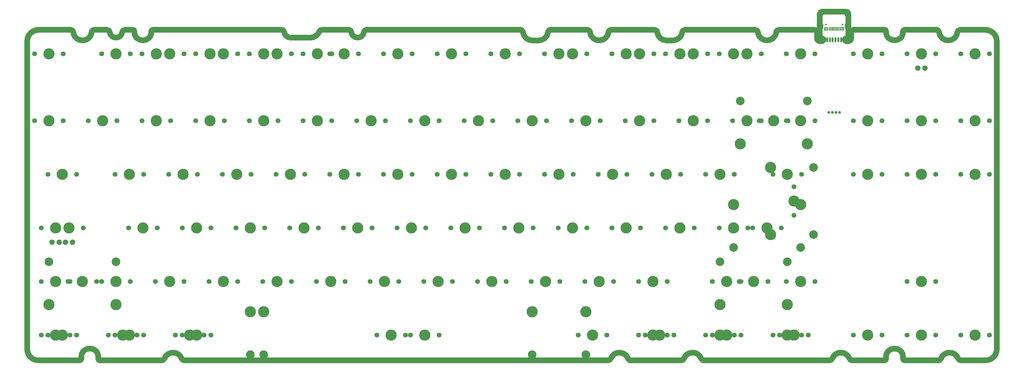
<source format=gbr>
%TF.GenerationSoftware,KiCad,Pcbnew,(5.1.12)-1*%
%TF.CreationDate,2022-11-25T21:31:42+07:00*%
%TF.ProjectId,Solder - Copy,536f6c64-6572-4202-9d20-436f70792e6b,rev?*%
%TF.SameCoordinates,Original*%
%TF.FileFunction,Soldermask,Top*%
%TF.FilePolarity,Negative*%
%FSLAX46Y46*%
G04 Gerber Fmt 4.6, Leading zero omitted, Abs format (unit mm)*
G04 Created by KiCad (PCBNEW (5.1.12)-1) date 2022-11-25 21:31:42*
%MOMM*%
%LPD*%
G01*
G04 APERTURE LIST*
%ADD10C,2.000000*%
%ADD11C,1.000000*%
%ADD12O,1.000000X1.000000*%
%ADD13C,1.750000*%
%ADD14C,3.987800*%
%ADD15C,3.048000*%
%ADD16R,0.600000X1.450000*%
%ADD17R,0.300000X1.450000*%
%ADD18C,0.650000*%
%ADD19O,1.000000X2.100000*%
%ADD20O,1.000000X1.600000*%
%ADD21O,0.700000X1.800000*%
%ADD22C,0.500000*%
%ADD23C,1.905000*%
G04 APERTURE END LIST*
D10*
X47481107Y-141024631D02*
G75*
G02*
X53481107Y-141024631I3000000J0D01*
G01*
X62005466Y-25586357D02*
G75*
G02*
X62993572Y-24740112I988107J-153753D01*
G01*
X32282038Y-142224111D02*
X46981106Y-142224112D01*
X62005466Y-25586359D02*
G75*
G02*
X57558968Y-25586360I-2223249J345946D01*
G01*
X56570863Y-24740113D02*
G75*
G02*
X57558968Y-25586360I-3J-999998D01*
G01*
X65806107Y-24740112D02*
X62993572Y-24740112D01*
X47481106Y-141724112D02*
G75*
G02*
X46981106Y-142224112I-500000J0D01*
G01*
X28282037Y-28829111D02*
X28282038Y-138224112D01*
X28282037Y-28829111D02*
G75*
G02*
X32371028Y-24741112I4000381J87639D01*
G01*
X56570862Y-24740113D02*
X52095837Y-24740112D01*
X66306107Y-25462132D02*
X66306107Y-25240112D01*
X72306106Y-25240111D02*
X72306107Y-25462132D01*
X32282038Y-142224112D02*
G75*
G02*
X28282038Y-138224112I-271J3999729D01*
G01*
X43654724Y-24740196D02*
X32371028Y-24741112D01*
X51102774Y-25622535D02*
G75*
G02*
X52095837Y-24740112I993063J-117576D01*
G01*
X72306107Y-25462132D02*
G75*
G02*
X66306107Y-25462132I-3000000J0D01*
G01*
X47481106Y-141724113D02*
X47481107Y-141024631D01*
X43654723Y-24740197D02*
G75*
G02*
X44647865Y-25622599I82J-999998D01*
G01*
X51102774Y-25622537D02*
G75*
G02*
X44647865Y-25622599I-3227458J382125D01*
G01*
X65806107Y-24740112D02*
G75*
G02*
X66306107Y-25240112I0J-500000D01*
G01*
X118481932Y-24740112D02*
X72806107Y-24740112D01*
X121693285Y-27490413D02*
G75*
G02*
X119470039Y-25586360I0J2250000D01*
G01*
X118481932Y-24740112D02*
G75*
G02*
X119470039Y-25586360I-2J-999999D01*
G01*
X128846033Y-27490113D02*
X121693284Y-27490414D01*
X72306107Y-25240110D02*
G75*
G02*
X72806107Y-24740112I499999J-1D01*
G01*
X332505245Y-24740111D02*
G75*
G02*
X333006106Y-25240110I861J-499999D01*
G01*
X350835564Y-24740113D02*
X339505245Y-24740112D01*
X339006107Y-25462130D02*
G75*
G02*
X333006107Y-25462131I-3000000J0D01*
G01*
X320655036Y-27737122D02*
G75*
G02*
X319655036Y-28737122I-1000000J0D01*
G01*
X332505244Y-24740111D02*
X321655036Y-24740112D01*
X320655036Y-25740112D02*
X320655036Y-27737122D01*
X368282038Y-24740112D02*
G75*
G02*
X372282037Y-28740112I246J-3999753D01*
G01*
X339006105Y-25240110D02*
G75*
G02*
X339505245Y-24740112I500000J-1D01*
G01*
X358283566Y-25622377D02*
G75*
G02*
X359223598Y-24741309I993068J-117523D01*
G01*
X310272087Y-27737122D02*
G75*
G02*
X310272087Y-28737122I0J-500000D01*
G01*
X318872078Y-28737122D02*
G75*
G02*
X318872078Y-27737122I0J500000D01*
G01*
X309991819Y-27737122D02*
X310272087Y-27737122D01*
X358283567Y-25622379D02*
G75*
G02*
X351828626Y-25622539I-3227480J381956D01*
G01*
X368282037Y-24740113D02*
X359223598Y-24741309D01*
X309491819Y-19011201D02*
G75*
G02*
X310251818Y-18251112I761373J-1284D01*
G01*
X318891730Y-18251112D02*
G75*
G02*
X319651818Y-19011112I-1285J-761373D01*
G01*
X320655036Y-25740112D02*
G75*
G02*
X321655036Y-24740112I1000000J0D01*
G01*
X339006106Y-25240111D02*
X339006106Y-25462132D01*
X350835565Y-24740114D02*
G75*
G02*
X351828626Y-25622539I-1J-999998D01*
G01*
X372282038Y-138224112D02*
X372282037Y-28740112D01*
X318891728Y-18251112D02*
X310251818Y-18251112D01*
X319651818Y-27237122D02*
X319651818Y-19011112D01*
X309991819Y-27737122D02*
G75*
G02*
X309491819Y-27237122I0J500000D01*
G01*
X319655036Y-28737122D02*
X318872078Y-28737122D01*
X309491817Y-19011202D02*
X309491819Y-27237122D01*
X319651818Y-27237122D02*
G75*
G02*
X319151818Y-27737122I-500000J0D01*
G01*
X318872078Y-27737122D02*
X319151818Y-27737122D01*
X333006107Y-25462131D02*
X333006106Y-25240110D01*
X261305099Y-141576939D02*
G75*
G02*
X267387074Y-141576937I3040988J-1146681D01*
G01*
X339006106Y-141024631D02*
X339006107Y-141724112D01*
X372282037Y-138224111D02*
G75*
G02*
X368282037Y-142224112I-3999749J-252D01*
G01*
X359507764Y-142224112D02*
X368282037Y-142224112D01*
X313915099Y-141576938D02*
G75*
G02*
X312979408Y-142224112I-935690J352827D01*
G01*
X359507764Y-142224112D02*
G75*
G02*
X358572074Y-141576937I0J1000001D01*
G01*
X320932764Y-142224112D02*
X332506107Y-142224112D01*
X84005525Y-142224112D02*
X234405824Y-142219229D01*
X352490099Y-141576939D02*
G75*
G02*
X358572074Y-141576937I3040988J-1146681D01*
G01*
X352490099Y-141576938D02*
G75*
G02*
X351554408Y-142224112I-935690J352827D01*
G01*
X235341377Y-141572019D02*
G75*
G02*
X234405824Y-142219229I-935703J352790D01*
G01*
X339506107Y-142224112D02*
G75*
G02*
X339006107Y-141724112I0J500000D01*
G01*
X76988302Y-141576734D02*
G75*
G02*
X76052537Y-142224112I-935766J352622D01*
G01*
X268322764Y-142224112D02*
G75*
G02*
X267387074Y-141576937I0J1000001D01*
G01*
X235341377Y-141572020D02*
G75*
G02*
X241423325Y-141575752I3040272J-1146282D01*
G01*
X53481107Y-141024631D02*
X53481107Y-141724112D01*
X268322764Y-142224112D02*
X312979408Y-142224112D01*
X339506107Y-142224112D02*
X351554408Y-142224112D01*
X242359459Y-142224111D02*
X260369408Y-142224112D01*
X242359460Y-142224111D02*
G75*
G02*
X241423325Y-141575752I0J1000000D01*
G01*
X333006106Y-141024631D02*
G75*
G02*
X339006106Y-141024631I3000000J0D01*
G01*
X320932764Y-142224112D02*
G75*
G02*
X319997074Y-141576937I0J1000001D01*
G01*
X261305099Y-141576938D02*
G75*
G02*
X260369408Y-142224112I-935690J352827D01*
G01*
X333006107Y-141724112D02*
X333006107Y-141024631D01*
X333006107Y-141724112D02*
G75*
G02*
X332506107Y-142224112I-500000J0D01*
G01*
X313915099Y-141576939D02*
G75*
G02*
X319997074Y-141576937I3040988J-1146681D01*
G01*
X76988301Y-141576736D02*
G75*
G02*
X83069760Y-141576734I3040730J-1145833D01*
G01*
X84005525Y-142224111D02*
G75*
G02*
X83069760Y-141576734I0J1000000D01*
G01*
X53981107Y-142224112D02*
X76052537Y-142224112D01*
X53981107Y-142224112D02*
G75*
G02*
X53481107Y-141724112I0J500000D01*
G01*
X255043286Y-28490413D02*
G75*
G02*
X251815829Y-25622535I1J3250000D01*
G01*
X286543253Y-24740112D02*
G75*
G02*
X287536318Y-25622535I1J-1000000D01*
G01*
X307495037Y-24740112D02*
G75*
G02*
X308495037Y-25740112I0J-1000000D01*
G01*
X207417986Y-28490413D02*
G75*
G02*
X204190529Y-25622535I1J3250000D01*
G01*
X209802235Y-28490413D02*
X207417987Y-28490413D01*
X227011696Y-24740112D02*
X214022756Y-24740112D01*
X234459675Y-25622537D02*
G75*
G02*
X228004759Y-25622535I-3227458J379082D01*
G01*
X234459675Y-25622535D02*
G75*
G02*
X235452738Y-24740112I993063J-117576D01*
G01*
X250822765Y-24740111D02*
X235452738Y-24740112D01*
X257427534Y-28490413D02*
X255043287Y-28490413D01*
X260654992Y-25622536D02*
G75*
G02*
X257427534Y-28490413I-3227458J382123D01*
G01*
X293991233Y-25622537D02*
G75*
G02*
X287536318Y-25622535I-3227457J382124D01*
G01*
X260654993Y-25622535D02*
G75*
G02*
X261648056Y-24740112I993063J-117576D01*
G01*
X293991234Y-25622535D02*
G75*
G02*
X294984297Y-24740112I993063J-117576D01*
G01*
X286543254Y-24740111D02*
X261648056Y-24740112D01*
X308495037Y-27737122D02*
X308495037Y-25740112D01*
X250822764Y-24740112D02*
G75*
G02*
X251815829Y-25622535I1J-1000000D01*
G01*
X307495037Y-24740112D02*
X294984297Y-24740112D01*
X203197464Y-24740112D02*
G75*
G02*
X204190529Y-25622535I1J-1000000D01*
G01*
X213029693Y-25622536D02*
G75*
G02*
X209802235Y-28490413I-3227458J382123D01*
G01*
X213029693Y-25622535D02*
G75*
G02*
X214022756Y-24740112I993063J-117576D01*
G01*
X227011695Y-24740113D02*
G75*
G02*
X228004759Y-25622535I1J-999999D01*
G01*
X309491820Y-28737116D02*
G75*
G02*
X308495037Y-27737122I3217J999995D01*
G01*
X310272087Y-28737122D02*
X309491819Y-28737116D01*
X142299687Y-24740112D02*
X132822275Y-24740112D01*
X142299688Y-24740112D02*
G75*
G02*
X143288150Y-25588650I-1J-1000000D01*
G01*
X203197465Y-24740111D02*
X148714746Y-24740112D01*
X147726282Y-25588648D02*
G75*
G02*
X148714746Y-24740112I988463J-151464D01*
G01*
X147726282Y-25588647D02*
G75*
G02*
X143288150Y-25588650I-2219066J340027D01*
G01*
X131886611Y-25387226D02*
G75*
G02*
X128846033Y-27490113I-3040578J1146752D01*
G01*
X131886610Y-25387226D02*
G75*
G02*
X132822275Y-24740112I935666J-352885D01*
G01*
D11*
%TO.C,J4*%
X312669837Y-54087112D03*
D12*
X313939837Y-54087112D03*
X315209837Y-54087112D03*
X316479837Y-54087112D03*
%TD*%
D13*
%TO.C,MX108*%
X340451087Y-133249612D03*
X350611087Y-133249612D03*
D14*
X345531087Y-133249612D03*
%TD*%
D13*
%TO.C,MX91*%
X302986087Y-133249612D03*
X292826087Y-133249612D03*
D14*
X297906087Y-133249612D03*
%TD*%
D13*
%TO.C,MX14*%
X64226087Y-95149612D03*
X74386087Y-95149612D03*
D14*
X69306087Y-95149612D03*
%TD*%
D13*
%TO.C,MX109*%
X359501087Y-33237112D03*
X369661087Y-33237112D03*
D14*
X364581087Y-33237112D03*
%TD*%
D13*
%TO.C,MX2*%
X30888587Y-33237112D03*
X41048587Y-33237112D03*
D14*
X35968587Y-33237112D03*
%TD*%
D13*
%TO.C,MX11*%
X54701087Y-33237112D03*
X64861087Y-33237112D03*
D14*
X59781087Y-33237112D03*
%TD*%
D13*
%TO.C,MX7*%
X42794837Y-114199612D03*
X52954837Y-114199612D03*
D14*
X47874837Y-114199612D03*
D15*
X35968587Y-107214612D03*
X59781087Y-107214612D03*
D14*
X35968587Y-122454612D03*
X59781087Y-122454612D03*
%TD*%
D13*
%TO.C,MX13*%
X59463587Y-76099612D03*
X69623587Y-76099612D03*
D14*
X64543587Y-76099612D03*
%TD*%
D13*
%TO.C,MX24*%
X73751087Y-33237112D03*
X83911087Y-33237112D03*
D14*
X78831087Y-33237112D03*
%TD*%
D13*
%TO.C,MX92*%
X297588587Y-33237112D03*
X307748587Y-33237112D03*
D14*
X302668587Y-33237112D03*
%TD*%
D13*
%TO.C,MX100*%
X321401087Y-33237112D03*
X331561087Y-33237112D03*
D14*
X326481087Y-33237112D03*
%TD*%
D16*
%TO.C,USB1*%
X311349837Y-24332112D03*
X317799837Y-24332112D03*
X312124837Y-24332112D03*
X317024837Y-24332112D03*
D17*
X316324837Y-24332112D03*
X312824837Y-24332112D03*
X315824837Y-24332112D03*
X313324837Y-24332112D03*
X315324837Y-24332112D03*
X313824837Y-24332112D03*
X314324837Y-24332112D03*
X314824837Y-24332112D03*
D18*
X311684837Y-22887112D03*
X317464837Y-22887112D03*
D19*
X318894837Y-23417112D03*
X310254837Y-23417112D03*
D20*
X318894837Y-19237112D03*
X310254837Y-19237112D03*
%TD*%
D21*
%TO.C,J1*%
X315074837Y-28237112D03*
D22*
X315074837Y-27637112D03*
X315074837Y-28837112D03*
D21*
X317074837Y-28237112D03*
D22*
X317074837Y-27637112D03*
X317074837Y-28837112D03*
X316074837Y-28837112D03*
D21*
X316074837Y-28237112D03*
D22*
X316074837Y-27637112D03*
D21*
X314074837Y-28237112D03*
D22*
X314074837Y-28837112D03*
X314074837Y-27637112D03*
D21*
X313074837Y-28237112D03*
D22*
X313074837Y-27637112D03*
X313074837Y-28837112D03*
X312074837Y-27637112D03*
X312074837Y-28837112D03*
D21*
X312074837Y-28237112D03*
%TD*%
D23*
%TO.C,D3*%
X344261087Y-38317112D03*
X346801087Y-38317112D03*
%TD*%
D13*
%TO.C,MX31*%
X107088587Y-33237112D03*
X117248587Y-33237112D03*
D14*
X112168587Y-33237112D03*
%TD*%
D13*
%TO.C,MX18*%
X68988587Y-33237112D03*
X79148587Y-33237112D03*
D14*
X74068587Y-33237112D03*
%TD*%
D13*
%TO.C,MX36*%
X111851087Y-33237112D03*
X122011087Y-33237112D03*
D14*
X116931087Y-33237112D03*
%TD*%
D13*
%TO.C,MX72*%
X240438587Y-33237112D03*
X250598587Y-33237112D03*
D14*
X245518587Y-33237112D03*
%TD*%
D13*
%TO.C,MX37*%
X126138587Y-33237112D03*
X136298587Y-33237112D03*
D14*
X131218587Y-33237112D03*
%TD*%
D13*
%TO.C,MX89*%
X278538587Y-33237112D03*
X288698587Y-33237112D03*
D14*
X283618587Y-33237112D03*
%TD*%
D13*
%TO.C,MX25*%
X88038587Y-33237112D03*
X98198587Y-33237112D03*
D14*
X93118587Y-33237112D03*
%TD*%
D13*
%TO.C,MX80*%
X259488587Y-33237112D03*
X269648587Y-33237112D03*
D14*
X264568587Y-33237112D03*
%TD*%
D13*
%TO.C,MX60*%
X211863587Y-33237112D03*
X222023587Y-33237112D03*
D14*
X216943587Y-33237112D03*
%TD*%
D13*
%TO.C,MX65*%
X216626087Y-33237112D03*
X226786087Y-33237112D03*
D14*
X221706087Y-33237112D03*
%TD*%
D13*
%TO.C,MX55*%
X192813587Y-33237112D03*
X202973587Y-33237112D03*
D14*
X197893587Y-33237112D03*
%TD*%
D13*
%TO.C,MX50*%
X173763587Y-33237112D03*
X183923587Y-33237112D03*
D14*
X178843587Y-33237112D03*
%TD*%
D13*
%TO.C,MX44*%
X154713587Y-33237112D03*
X164873587Y-33237112D03*
D14*
X159793587Y-33237112D03*
%TD*%
D13*
%TO.C,MX74*%
X254726087Y-33237112D03*
X264886087Y-33237112D03*
D14*
X259806087Y-33237112D03*
%TD*%
D13*
%TO.C,MX82*%
X273776087Y-33237112D03*
X283936087Y-33237112D03*
D14*
X278856087Y-33237112D03*
%TD*%
D13*
%TO.C,MX66*%
X235676087Y-33237112D03*
X245836087Y-33237112D03*
D14*
X240756087Y-33237112D03*
%TD*%
D13*
%TO.C,MX38*%
X135663587Y-33237112D03*
X145823587Y-33237112D03*
D14*
X140743587Y-33237112D03*
%TD*%
D13*
%TO.C,MX30*%
X92801087Y-33237112D03*
X102961087Y-33237112D03*
D14*
X97881087Y-33237112D03*
%TD*%
D13*
%TO.C,MX104*%
X340451087Y-33237112D03*
X350611087Y-33237112D03*
D14*
X345531087Y-33237112D03*
%TD*%
D18*
%TO.C,USB2*%
X317464837Y-22887112D03*
X311684837Y-22887112D03*
D19*
X310254837Y-23417112D03*
X318894837Y-23417112D03*
D20*
X310254837Y-19237112D03*
X318894837Y-19237112D03*
%TD*%
D13*
%TO.C,MX112*%
X359501087Y-133249612D03*
X369661087Y-133249612D03*
D14*
X364581087Y-133249612D03*
%TD*%
D13*
%TO.C,MX107*%
X340451087Y-114199612D03*
X350611087Y-114199612D03*
D14*
X345531087Y-114199612D03*
%TD*%
D13*
%TO.C,MX103*%
X321401087Y-133249612D03*
X331561087Y-133249612D03*
D14*
X326481087Y-133249612D03*
%TD*%
D13*
%TO.C,MX106*%
X340451087Y-76099612D03*
X350611087Y-76099612D03*
D14*
X345531087Y-76099612D03*
%TD*%
D13*
%TO.C,MX102*%
X321401087Y-76099612D03*
X331561087Y-76099612D03*
D14*
X326481087Y-76099612D03*
%TD*%
D13*
%TO.C,MX111*%
X359501087Y-76099612D03*
X369661087Y-76099612D03*
D14*
X364581087Y-76099612D03*
%TD*%
D13*
%TO.C,MX110*%
X359501087Y-57049612D03*
X369661087Y-57049612D03*
D14*
X364581087Y-57049612D03*
%TD*%
D13*
%TO.C,MX101*%
X321401087Y-57049612D03*
X331561087Y-57049612D03*
D14*
X326481087Y-57049612D03*
%TD*%
D13*
%TO.C,MX105*%
X340451087Y-57049612D03*
X350611087Y-57049612D03*
D14*
X345531087Y-57049612D03*
%TD*%
D23*
%TO.C,D1*%
X39619837Y-100229612D03*
X37079837Y-100229612D03*
%TD*%
%TO.C,D2*%
X41842337Y-100229612D03*
X44382337Y-100229612D03*
%TD*%
D13*
%TO.C,MX22*%
X73751087Y-114199612D03*
X83911087Y-114199612D03*
D14*
X78831087Y-114199612D03*
%TD*%
D13*
%TO.C,MX97*%
X297588587Y-114199612D03*
X307748587Y-114199612D03*
D14*
X302668587Y-114199612D03*
%TD*%
D13*
%TO.C,MX96*%
X288063587Y-57049612D03*
X298223587Y-57049612D03*
D14*
X293143587Y-57049612D03*
D15*
X281237337Y-50064612D03*
X305049837Y-50064612D03*
D14*
X281237337Y-65304612D03*
X305049837Y-65304612D03*
%TD*%
D13*
%TO.C,MX86*%
X271394837Y-114199612D03*
X281554837Y-114199612D03*
D14*
X276474837Y-114199612D03*
%TD*%
D13*
%TO.C,MX5*%
X33269837Y-95149612D03*
X43429837Y-95149612D03*
D14*
X38349837Y-95149612D03*
%TD*%
D13*
%TO.C,MX94*%
X273776087Y-95149612D03*
X283936087Y-95149612D03*
D14*
X278856087Y-95149612D03*
%TD*%
D13*
%TO.C,MX90*%
X300287337Y-90704612D03*
X300287337Y-80544612D03*
D14*
X300287337Y-85624612D03*
X292032337Y-73686612D03*
X292032337Y-97562612D03*
D15*
X307272337Y-73686612D03*
X307272337Y-97562612D03*
%TD*%
D13*
%TO.C,MX81*%
X269013587Y-133249612D03*
X279173587Y-133249612D03*
D14*
X274093587Y-133249612D03*
%TD*%
D13*
%TO.C,MX73*%
X255361087Y-133249612D03*
X245201087Y-133249612D03*
D14*
X250281087Y-133249612D03*
%TD*%
D13*
%TO.C,MX43*%
X164238587Y-133249612D03*
X174398587Y-133249612D03*
D14*
X169318587Y-133249612D03*
D15*
X112168587Y-140234612D03*
X226468587Y-140234612D03*
D14*
X112168587Y-124994612D03*
X226468587Y-124994612D03*
%TD*%
D13*
%TO.C,MX10*%
X59463587Y-133249612D03*
X69623587Y-133249612D03*
D14*
X64543587Y-133249612D03*
%TD*%
D13*
%TO.C,MX17*%
X93436087Y-133249612D03*
X83276087Y-133249612D03*
D14*
X88356087Y-133249612D03*
%TD*%
D13*
%TO.C,MX1*%
X45811087Y-133249612D03*
X35651087Y-133249612D03*
D14*
X40731087Y-133249612D03*
%TD*%
D13*
%TO.C,MX83*%
X259488587Y-57049612D03*
X269648587Y-57049612D03*
D14*
X264568587Y-57049612D03*
%TD*%
D13*
%TO.C,MX98*%
X295207337Y-133249612D03*
X305367337Y-133249612D03*
D14*
X300287337Y-133249612D03*
%TD*%
D13*
%TO.C,MX88*%
X271394837Y-133249612D03*
X281554837Y-133249612D03*
D14*
X276474837Y-133249612D03*
%TD*%
D13*
%TO.C,MX79*%
X247582337Y-133249612D03*
X257742337Y-133249612D03*
D14*
X252662337Y-133249612D03*
%TD*%
D13*
%TO.C,MX71*%
X223769837Y-133249612D03*
X233929837Y-133249612D03*
D14*
X228849837Y-133249612D03*
%TD*%
D13*
%TO.C,MX49*%
X152332337Y-133249612D03*
X162492337Y-133249612D03*
D14*
X157412337Y-133249612D03*
D15*
X107412437Y-140234612D03*
X207412237Y-140234612D03*
D14*
X107412437Y-124994612D03*
X207412237Y-124994612D03*
%TD*%
D13*
%TO.C,MX23*%
X80894837Y-133249612D03*
X91054837Y-133249612D03*
D14*
X85974837Y-133249612D03*
%TD*%
D13*
%TO.C,MX16*%
X57082337Y-133249612D03*
X67242337Y-133249612D03*
D14*
X62162337Y-133249612D03*
%TD*%
D13*
%TO.C,MX8*%
X33269837Y-133249612D03*
X43429837Y-133249612D03*
D14*
X38349837Y-133249612D03*
%TD*%
D13*
%TO.C,MX87*%
X280919837Y-114199612D03*
X291079837Y-114199612D03*
D14*
X285999837Y-114199612D03*
D15*
X274093587Y-107214612D03*
X297906087Y-107214612D03*
D14*
X274093587Y-122454612D03*
X297906087Y-122454612D03*
%TD*%
D13*
%TO.C,MX78*%
X245201087Y-114199612D03*
X255361087Y-114199612D03*
D14*
X250281087Y-114199612D03*
%TD*%
D13*
%TO.C,MX70*%
X226151087Y-114199612D03*
X236311087Y-114199612D03*
D14*
X231231087Y-114199612D03*
%TD*%
D13*
%TO.C,MX64*%
X207101087Y-114199612D03*
X217261087Y-114199612D03*
D14*
X212181087Y-114199612D03*
%TD*%
D13*
%TO.C,MX59*%
X188051087Y-114199612D03*
X198211087Y-114199612D03*
D14*
X193131087Y-114199612D03*
%TD*%
D13*
%TO.C,MX54*%
X169001087Y-114199612D03*
X179161087Y-114199612D03*
D14*
X174081087Y-114199612D03*
%TD*%
D13*
%TO.C,MX48*%
X149951087Y-114199612D03*
X160111087Y-114199612D03*
D14*
X155031087Y-114199612D03*
%TD*%
D13*
%TO.C,MX42*%
X130901087Y-114199612D03*
X141061087Y-114199612D03*
D14*
X135981087Y-114199612D03*
%TD*%
D13*
%TO.C,MX35*%
X111851087Y-114199612D03*
X122011087Y-114199612D03*
D14*
X116931087Y-114199612D03*
%TD*%
D13*
%TO.C,MX29*%
X92801087Y-114199612D03*
X102961087Y-114199612D03*
D14*
X97881087Y-114199612D03*
%TD*%
D13*
%TO.C,MX15*%
X54701087Y-114199612D03*
X64861087Y-114199612D03*
D14*
X59781087Y-114199612D03*
%TD*%
D13*
%TO.C,MX6*%
X33269837Y-114199612D03*
X43429837Y-114199612D03*
D14*
X38349837Y-114199612D03*
%TD*%
D13*
%TO.C,MX95*%
X297588587Y-57049612D03*
X307748587Y-57049612D03*
D14*
X302668587Y-57049612D03*
%TD*%
D13*
%TO.C,MX85*%
X285682337Y-95149612D03*
X295842337Y-95149612D03*
D14*
X290762337Y-95149612D03*
D15*
X278856087Y-102134612D03*
X302668587Y-102134612D03*
D14*
X278856087Y-86894612D03*
X302668587Y-86894612D03*
%TD*%
D13*
%TO.C,MX77*%
X254726087Y-95149612D03*
X264886087Y-95149612D03*
D14*
X259806087Y-95149612D03*
%TD*%
D13*
%TO.C,MX69*%
X235676087Y-95149612D03*
X245836087Y-95149612D03*
D14*
X240756087Y-95149612D03*
%TD*%
D13*
%TO.C,MX63*%
X216626087Y-95149612D03*
X226786087Y-95149612D03*
D14*
X221706087Y-95149612D03*
%TD*%
D13*
%TO.C,MX58*%
X197576087Y-95149612D03*
X207736087Y-95149612D03*
D14*
X202656087Y-95149612D03*
%TD*%
D13*
%TO.C,MX53*%
X178526087Y-95149612D03*
X188686087Y-95149612D03*
D14*
X183606087Y-95149612D03*
%TD*%
D13*
%TO.C,MX47*%
X159476087Y-95149612D03*
X169636087Y-95149612D03*
D14*
X164556087Y-95149612D03*
%TD*%
D13*
%TO.C,MX41*%
X140426087Y-95149612D03*
X150586087Y-95149612D03*
D14*
X145506087Y-95149612D03*
%TD*%
D13*
%TO.C,MX34*%
X121376087Y-95149612D03*
X131536087Y-95149612D03*
D14*
X126456087Y-95149612D03*
%TD*%
D13*
%TO.C,MX28*%
X102326087Y-95149612D03*
X112486087Y-95149612D03*
D14*
X107406087Y-95149612D03*
%TD*%
D13*
%TO.C,MX21*%
X83276087Y-95149612D03*
X93436087Y-95149612D03*
D14*
X88356087Y-95149612D03*
%TD*%
D13*
%TO.C,MX9*%
X38032337Y-95149612D03*
X48192337Y-95149612D03*
D14*
X43112337Y-95149612D03*
%TD*%
D13*
%TO.C,MX99*%
X302986087Y-76099612D03*
X292826087Y-76099612D03*
D14*
X297906087Y-76099612D03*
%TD*%
D13*
%TO.C,MX84*%
X269013587Y-76099612D03*
X279173587Y-76099612D03*
D14*
X274093587Y-76099612D03*
%TD*%
D13*
%TO.C,MX76*%
X249963587Y-76099612D03*
X260123587Y-76099612D03*
D14*
X255043587Y-76099612D03*
%TD*%
D13*
%TO.C,MX68*%
X230913587Y-76099612D03*
X241073587Y-76099612D03*
D14*
X235993587Y-76099612D03*
%TD*%
D13*
%TO.C,MX62*%
X211863587Y-76099612D03*
X222023587Y-76099612D03*
D14*
X216943587Y-76099612D03*
%TD*%
D13*
%TO.C,MX57*%
X192813587Y-76099612D03*
X202973587Y-76099612D03*
D14*
X197893587Y-76099612D03*
%TD*%
D13*
%TO.C,MX52*%
X173763587Y-76099612D03*
X183923587Y-76099612D03*
D14*
X178843587Y-76099612D03*
%TD*%
D13*
%TO.C,MX46*%
X154713587Y-76099612D03*
X164873587Y-76099612D03*
D14*
X159793587Y-76099612D03*
%TD*%
D13*
%TO.C,MX40*%
X135663587Y-76099612D03*
X145823587Y-76099612D03*
D14*
X140743587Y-76099612D03*
%TD*%
D13*
%TO.C,MX33*%
X116613587Y-76099612D03*
X126773587Y-76099612D03*
D14*
X121693587Y-76099612D03*
%TD*%
D13*
%TO.C,MX27*%
X97563587Y-76099612D03*
X107723587Y-76099612D03*
D14*
X102643587Y-76099612D03*
%TD*%
D13*
%TO.C,MX20*%
X78513587Y-76099612D03*
X88673587Y-76099612D03*
D14*
X83593587Y-76099612D03*
%TD*%
D13*
%TO.C,MX4*%
X45811087Y-76099612D03*
X35651087Y-76099612D03*
D14*
X40731087Y-76099612D03*
%TD*%
D13*
%TO.C,MX93*%
X278538587Y-57049612D03*
X288698587Y-57049612D03*
D14*
X283618587Y-57049612D03*
%TD*%
D13*
%TO.C,MX75*%
X240438587Y-57049612D03*
X250598587Y-57049612D03*
D14*
X245518587Y-57049612D03*
%TD*%
D13*
%TO.C,MX67*%
X221388587Y-57049612D03*
X231548587Y-57049612D03*
D14*
X226468587Y-57049612D03*
%TD*%
D13*
%TO.C,MX61*%
X202338587Y-57049612D03*
X212498587Y-57049612D03*
D14*
X207418587Y-57049612D03*
%TD*%
D13*
%TO.C,MX56*%
X183288587Y-57049612D03*
X193448587Y-57049612D03*
D14*
X188368587Y-57049612D03*
%TD*%
D13*
%TO.C,MX51*%
X164238587Y-57049612D03*
X174398587Y-57049612D03*
D14*
X169318587Y-57049612D03*
%TD*%
D13*
%TO.C,MX45*%
X145188587Y-57049612D03*
X155348587Y-57049612D03*
D14*
X150268587Y-57049612D03*
%TD*%
D13*
%TO.C,MX39*%
X126138587Y-57049612D03*
X136298587Y-57049612D03*
D14*
X131218587Y-57049612D03*
%TD*%
D13*
%TO.C,MX32*%
X107088587Y-57049612D03*
X117248587Y-57049612D03*
D14*
X112168587Y-57049612D03*
%TD*%
D13*
%TO.C,MX26*%
X88038587Y-57049612D03*
X98198587Y-57049612D03*
D14*
X93118587Y-57049612D03*
%TD*%
D13*
%TO.C,MX19*%
X68988587Y-57049612D03*
X79148587Y-57049612D03*
D14*
X74068587Y-57049612D03*
%TD*%
D13*
%TO.C,MX12*%
X49938587Y-57049612D03*
X60098587Y-57049612D03*
D14*
X55018587Y-57049612D03*
%TD*%
D13*
%TO.C,MX3*%
X30888587Y-57049612D03*
X41048587Y-57049612D03*
D14*
X35968587Y-57049612D03*
%TD*%
M02*

</source>
